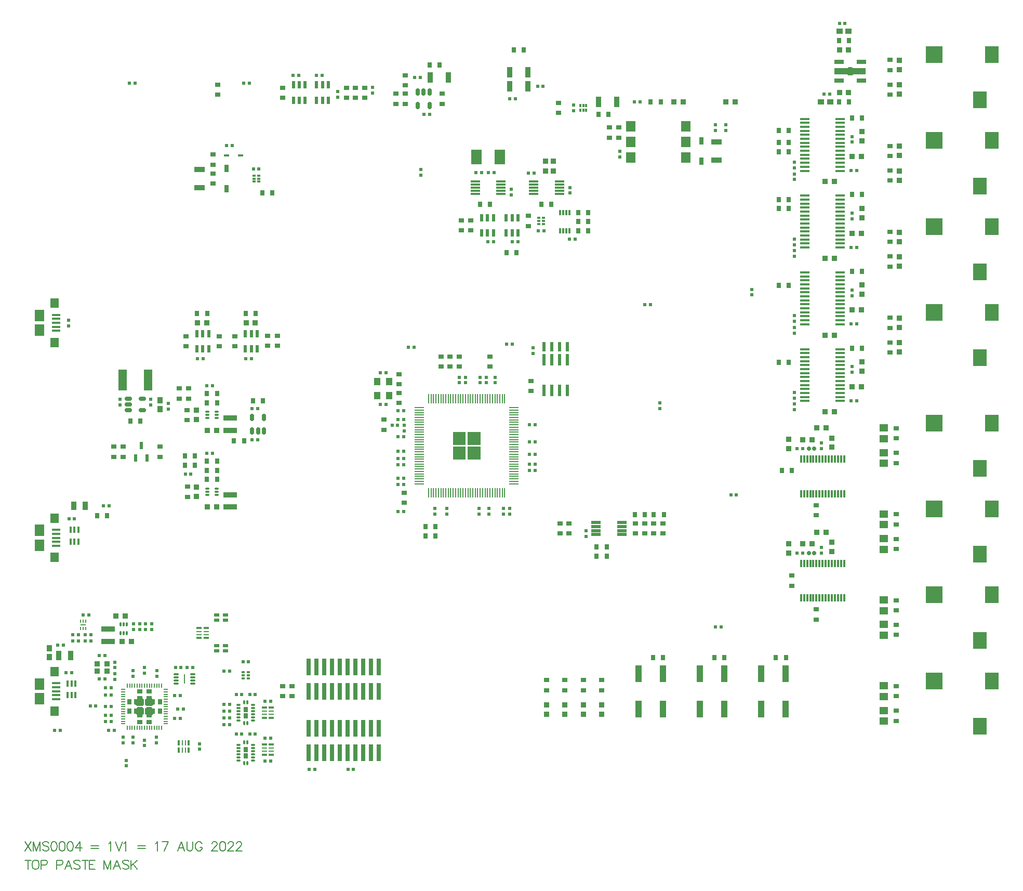
<source format=gtp>
G04*
G04 #@! TF.GenerationSoftware,Altium Limited,Altium Designer,21.9.2 (33)*
G04*
G04 Layer_Color=10066329*
%FSAX43Y43*%
%MOMM*%
G71*
G04*
G04 #@! TF.SameCoordinates,8A3C4949-5F79-4682-B659-0E7BAC0626F8*
G04*
G04*
G04 #@! TF.FilePolarity,Positive*
G04*
G01*
G75*
%ADD11C,0.150*%
%ADD17R,0.850X0.650*%
%ADD18R,0.650X0.850*%
%ADD19R,1.800X2.400*%
%ADD20R,5.200X1.000*%
%ADD21R,1.500X0.700*%
%ADD22R,0.840X0.200*%
%ADD23R,0.200X0.550*%
%ADD24R,0.300X0.520*%
%ADD25R,1.000X2.800*%
%ADD26R,0.590X1.210*%
%ADD27R,0.590X1.280*%
G04:AMPARAMS|DCode=28|XSize=1.09mm|YSize=0.4mm|CornerRadius=0.1mm|HoleSize=0mm|Usage=FLASHONLY|Rotation=90.000|XOffset=0mm|YOffset=0mm|HoleType=Round|Shape=RoundedRectangle|*
%AMROUNDEDRECTD28*
21,1,1.090,0.200,0,0,90.0*
21,1,0.890,0.400,0,0,90.0*
1,1,0.200,0.100,0.445*
1,1,0.200,0.100,-0.445*
1,1,0.200,-0.100,-0.445*
1,1,0.200,-0.100,0.445*
%
%ADD28ROUNDEDRECTD28*%
%ADD29R,0.400X1.090*%
G04:AMPARAMS|DCode=30|XSize=1.17mm|YSize=0.6mm|CornerRadius=0.15mm|HoleSize=0mm|Usage=FLASHONLY|Rotation=270.000|XOffset=0mm|YOffset=0mm|HoleType=Round|Shape=RoundedRectangle|*
%AMROUNDEDRECTD30*
21,1,1.170,0.300,0,0,270.0*
21,1,0.870,0.600,0,0,270.0*
1,1,0.300,-0.150,-0.435*
1,1,0.300,-0.150,0.435*
1,1,0.300,0.150,0.435*
1,1,0.300,0.150,-0.435*
%
%ADD30ROUNDEDRECTD30*%
%ADD31R,1.560X0.410*%
%ADD32R,1.520X0.480*%
%ADD33R,1.520X0.330*%
%ADD34R,0.330X0.950*%
G04:AMPARAMS|DCode=35|XSize=1.23mm|YSize=0.28mm|CornerRadius=0.07mm|HoleSize=0mm|Usage=FLASHONLY|Rotation=90.000|XOffset=0mm|YOffset=0mm|HoleType=Round|Shape=RoundedRectangle|*
%AMROUNDEDRECTD35*
21,1,1.230,0.140,0,0,90.0*
21,1,1.090,0.280,0,0,90.0*
1,1,0.140,0.070,0.545*
1,1,0.140,0.070,-0.545*
1,1,0.140,-0.070,-0.545*
1,1,0.140,-0.070,0.545*
%
%ADD35ROUNDEDRECTD35*%
%ADD36R,0.200X1.600*%
G04:AMPARAMS|DCode=37|XSize=0.79mm|YSize=0.27mm|CornerRadius=0.07mm|HoleSize=0mm|Usage=FLASHONLY|Rotation=0.000|XOffset=0mm|YOffset=0mm|HoleType=Round|Shape=RoundedRectangle|*
%AMROUNDEDRECTD37*
21,1,0.790,0.130,0,0,0.0*
21,1,0.650,0.270,0,0,0.0*
1,1,0.140,0.325,-0.065*
1,1,0.140,-0.325,-0.065*
1,1,0.140,-0.325,0.065*
1,1,0.140,0.325,0.065*
%
%ADD37ROUNDEDRECTD37*%
%ADD38R,0.600X1.610*%
%ADD39R,0.590X1.910*%
%ADD40R,0.840X0.440*%
%ADD41R,0.790X1.250*%
%ADD42R,0.870X0.410*%
%ADD43R,0.870X0.260*%
%ADD44R,0.970X1.730*%
%ADD45R,0.920X1.380*%
%ADD46R,0.930X0.790*%
%ADD47R,0.600X0.590*%
%ADD48R,1.560X0.240*%
%ADD49R,0.240X1.560*%
%ADD50R,1.020X1.270*%
%ADD51R,0.910X0.910*%
%ADD52R,0.930X0.910*%
%ADD53R,0.850X0.600*%
%ADD54R,2.200X0.900*%
%ADD55R,0.970X1.000*%
%ADD56R,0.590X0.600*%
G04:AMPARAMS|DCode=57|XSize=0.66mm|YSize=0.31mm|CornerRadius=0.081mm|HoleSize=0mm|Usage=FLASHONLY|Rotation=270.000|XOffset=0mm|YOffset=0mm|HoleType=Round|Shape=RoundedRectangle|*
%AMROUNDEDRECTD57*
21,1,0.660,0.149,0,0,270.0*
21,1,0.499,0.310,0,0,270.0*
1,1,0.161,-0.074,-0.249*
1,1,0.161,-0.074,0.249*
1,1,0.161,0.074,0.249*
1,1,0.161,0.074,-0.249*
%
%ADD57ROUNDEDRECTD57*%
%ADD58O,0.810X0.230*%
%ADD59O,0.230X0.810*%
%ADD60R,1.520X1.780*%
%ADD61O,0.840X0.260*%
%ADD62O,0.260X0.840*%
%ADD63R,1.350X3.430*%
%ADD64R,0.950X1.520*%
%ADD65R,0.750X2.800*%
%ADD66R,1.350X0.400*%
%ADD67R,1.400X1.600*%
%ADD68R,1.600X1.900*%
%ADD69R,2.200X2.800*%
%ADD70R,2.800X2.800*%
%ADD71R,1.470X1.160*%
G04:AMPARAMS|DCode=72|XSize=0.93mm|YSize=0.92mm|CornerRadius=0.23mm|HoleSize=0mm|Usage=FLASHONLY|Rotation=180.000|XOffset=0mm|YOffset=0mm|HoleType=Round|Shape=RoundedRectangle|*
%AMROUNDEDRECTD72*
21,1,0.930,0.460,0,0,180.0*
21,1,0.470,0.920,0,0,180.0*
1,1,0.460,-0.235,0.230*
1,1,0.460,0.235,0.230*
1,1,0.460,0.235,-0.230*
1,1,0.460,-0.235,-0.230*
%
%ADD72ROUNDEDRECTD72*%
%ADD73R,0.920X0.930*%
G04:AMPARAMS|DCode=74|XSize=0.63mm|YSize=0.61mm|CornerRadius=0.153mm|HoleSize=0mm|Usage=FLASHONLY|Rotation=270.000|XOffset=0mm|YOffset=0mm|HoleType=Round|Shape=RoundedRectangle|*
%AMROUNDEDRECTD74*
21,1,0.630,0.305,0,0,270.0*
21,1,0.325,0.610,0,0,270.0*
1,1,0.305,-0.153,-0.163*
1,1,0.305,-0.153,0.163*
1,1,0.305,0.153,0.163*
1,1,0.305,0.153,-0.163*
%
%ADD74ROUNDEDRECTD74*%
%ADD75R,0.610X0.630*%
%ADD76R,0.630X0.610*%
%ADD77R,0.930X0.920*%
%ADD78R,1.000X0.970*%
%ADD79R,0.790X0.930*%
%ADD80R,1.730X0.970*%
G04:AMPARAMS|DCode=81|XSize=1.17mm|YSize=0.6mm|CornerRadius=0.15mm|HoleSize=0mm|Usage=FLASHONLY|Rotation=0.000|XOffset=0mm|YOffset=0mm|HoleType=Round|Shape=RoundedRectangle|*
%AMROUNDEDRECTD81*
21,1,1.170,0.300,0,0,0.0*
21,1,0.870,0.600,0,0,0.0*
1,1,0.300,0.435,-0.150*
1,1,0.300,-0.435,-0.150*
1,1,0.300,-0.435,0.150*
1,1,0.300,0.435,0.150*
%
%ADD81ROUNDEDRECTD81*%
G04:AMPARAMS|DCode=82|XSize=0.66mm|YSize=0.31mm|CornerRadius=0.081mm|HoleSize=0mm|Usage=FLASHONLY|Rotation=0.000|XOffset=0mm|YOffset=0mm|HoleType=Round|Shape=RoundedRectangle|*
%AMROUNDEDRECTD82*
21,1,0.660,0.149,0,0,0.0*
21,1,0.499,0.310,0,0,0.0*
1,1,0.161,0.249,-0.074*
1,1,0.161,-0.249,-0.074*
1,1,0.161,-0.249,0.074*
1,1,0.161,0.249,0.074*
%
%ADD82ROUNDEDRECTD82*%
%ADD83R,0.520X0.300*%
%ADD84R,0.910X0.910*%
%ADD85R,0.410X0.870*%
%ADD86R,0.260X0.870*%
G36*
X0355300Y0257176D02*
Y0256824D01*
X0354776Y0256300D01*
X0354224D01*
X0353700Y0256824D01*
Y0257176D01*
X0354224Y0257700D01*
X0354776D01*
X0355300Y0257176D01*
D02*
G37*
G36*
X0294250Y0196150D02*
X0292150D01*
Y0198250D01*
X0294250D01*
Y0196150D01*
D02*
G37*
G36*
X0291850D02*
X0289750D01*
Y0198250D01*
X0291850D01*
Y0196150D01*
D02*
G37*
G36*
X0294250Y0193750D02*
X0292150D01*
Y0195850D01*
X0294250D01*
Y0193750D01*
D02*
G37*
G36*
X0291850D02*
X0289750D01*
Y0195850D01*
X0291850D01*
Y0193750D01*
D02*
G37*
G36*
X0240675Y0155000D02*
X0240681Y0154937D01*
X0240730Y0154819D01*
X0240819Y0154730D01*
X0240937Y0154681D01*
X0241000Y0154675D01*
X0241225D01*
Y0153825D01*
X0241000D01*
X0240949Y0153821D01*
X0240852Y0153790D01*
X0240770Y0153730D01*
X0240710Y0153648D01*
X0240691Y0153600D01*
X0239809Y0153600D01*
X0239809Y0153600D01*
X0239795Y0153636D01*
X0239755Y0153701D01*
X0239701Y0153755D01*
X0239636Y0153795D01*
X0239600Y0153809D01*
X0239600Y0154691D01*
X0239600D01*
X0239648Y0154710D01*
X0239730Y0154770D01*
X0239790Y0154852D01*
X0239821Y0154949D01*
X0239825Y0155000D01*
Y0155225D01*
X0240675D01*
Y0155000D01*
D02*
G37*
G36*
X0239175D02*
X0239179Y0154949D01*
X0239210Y0154852D01*
X0239270Y0154770D01*
X0239352Y0154710D01*
X0239400Y0154691D01*
Y0153809D01*
Y0153809D01*
X0239364Y0153795D01*
X0239299Y0153755D01*
X0239245Y0153701D01*
X0239205Y0153636D01*
X0239191Y0153600D01*
X0238309Y0153600D01*
X0238309Y0153600D01*
X0238290Y0153648D01*
X0238230Y0153730D01*
X0238148Y0153790D01*
X0238051Y0153821D01*
X0238000Y0153825D01*
X0237775D01*
Y0154675D01*
X0238000D01*
X0238063Y0154681D01*
X0238181Y0154730D01*
X0238270Y0154819D01*
X0238319Y0154937D01*
X0238325Y0155000D01*
Y0155225D01*
X0239175D01*
Y0155000D01*
D02*
G37*
G36*
X0256375Y0152600D02*
X0255625D01*
Y0153400D01*
X0256375D01*
Y0152600D01*
D02*
G37*
G36*
X0240710Y0153352D02*
X0240770Y0153270D01*
X0240852Y0153210D01*
X0240949Y0153179D01*
X0241000Y0153175D01*
X0241225D01*
Y0152325D01*
X0241000D01*
X0240937Y0152319D01*
X0240819Y0152270D01*
X0240730Y0152181D01*
X0240681Y0152063D01*
X0240675Y0152000D01*
Y0151775D01*
X0239825D01*
Y0152000D01*
X0239821Y0152051D01*
X0239790Y0152148D01*
X0239730Y0152230D01*
X0239648Y0152290D01*
X0239600Y0152309D01*
X0239600Y0153191D01*
X0239600D01*
X0239636Y0153205D01*
X0239701Y0153245D01*
X0239755Y0153299D01*
X0239795Y0153364D01*
X0239809Y0153400D01*
X0240691D01*
X0240710Y0153352D01*
D02*
G37*
G36*
X0239205Y0153364D02*
X0239245Y0153299D01*
X0239299Y0153245D01*
X0239364Y0153205D01*
X0239400Y0153191D01*
Y0152309D01*
Y0152309D01*
X0239352Y0152290D01*
X0239270Y0152230D01*
X0239210Y0152148D01*
X0239179Y0152051D01*
X0239175Y0152000D01*
Y0151775D01*
X0238325D01*
Y0152000D01*
X0238319Y0152063D01*
X0238270Y0152181D01*
X0238181Y0152270D01*
X0238063Y0152319D01*
X0238000Y0152325D01*
X0237775D01*
Y0153175D01*
X0238000D01*
X0238051Y0153179D01*
X0238148Y0153210D01*
X0238230Y0153270D01*
X0238290Y0153352D01*
X0238309Y0153400D01*
X0239191D01*
X0239205Y0153364D01*
D02*
G37*
G36*
X0256375Y0151600D02*
X0255625D01*
Y0152400D01*
X0256375D01*
Y0151600D01*
D02*
G37*
G36*
Y0146100D02*
X0255625D01*
Y0146900D01*
X0256375D01*
Y0146100D01*
D02*
G37*
G36*
Y0145100D02*
X0255625D01*
Y0145900D01*
X0256375D01*
Y0145100D01*
D02*
G37*
D11*
X0220500Y0128500D02*
Y0127000D01*
X0220000Y0128500D02*
X0221000D01*
X0221607D02*
X0221464Y0128428D01*
X0221321Y0128285D01*
X0221250Y0128143D01*
X0221178Y0127928D01*
Y0127571D01*
X0221250Y0127357D01*
X0221321Y0127214D01*
X0221464Y0127071D01*
X0221607Y0127000D01*
X0221892D01*
X0222035Y0127071D01*
X0222178Y0127214D01*
X0222250Y0127357D01*
X0222321Y0127571D01*
Y0127928D01*
X0222250Y0128143D01*
X0222178Y0128285D01*
X0222035Y0128428D01*
X0221892Y0128500D01*
X0221607D01*
X0222671Y0127714D02*
X0223314D01*
X0223528Y0127786D01*
X0223599Y0127857D01*
X0223671Y0128000D01*
Y0128214D01*
X0223599Y0128357D01*
X0223528Y0128428D01*
X0223314Y0128500D01*
X0222671D01*
Y0127000D01*
X0225185Y0127714D02*
X0225827D01*
X0226042Y0127786D01*
X0226113Y0127857D01*
X0226184Y0128000D01*
Y0128214D01*
X0226113Y0128357D01*
X0226042Y0128428D01*
X0225827Y0128500D01*
X0225185D01*
Y0127000D01*
X0227663D02*
X0227091Y0128500D01*
X0226520Y0127000D01*
X0226734Y0127500D02*
X0227448D01*
X0229012Y0128285D02*
X0228870Y0128428D01*
X0228655Y0128500D01*
X0228370D01*
X0228155Y0128428D01*
X0228013Y0128285D01*
Y0128143D01*
X0228084Y0128000D01*
X0228155Y0127928D01*
X0228298Y0127857D01*
X0228727Y0127714D01*
X0228870Y0127643D01*
X0228941Y0127571D01*
X0229012Y0127428D01*
Y0127214D01*
X0228870Y0127071D01*
X0228655Y0127000D01*
X0228370D01*
X0228155Y0127071D01*
X0228013Y0127214D01*
X0229848Y0128500D02*
Y0127000D01*
X0229348Y0128500D02*
X0230348D01*
X0231455D02*
X0230526D01*
Y0127000D01*
X0231455D01*
X0230526Y0127786D02*
X0231098D01*
X0232883Y0128500D02*
Y0127000D01*
Y0128500D02*
X0233454Y0127000D01*
X0234026Y0128500D02*
X0233454Y0127000D01*
X0234026Y0128500D02*
Y0127000D01*
X0235597D02*
X0235025Y0128500D01*
X0234454Y0127000D01*
X0234668Y0127500D02*
X0235382D01*
X0236946Y0128285D02*
X0236804Y0128428D01*
X0236589Y0128500D01*
X0236304D01*
X0236089Y0128428D01*
X0235947Y0128285D01*
Y0128143D01*
X0236018Y0128000D01*
X0236089Y0127928D01*
X0236232Y0127857D01*
X0236661Y0127714D01*
X0236804Y0127643D01*
X0236875Y0127571D01*
X0236946Y0127428D01*
Y0127214D01*
X0236804Y0127071D01*
X0236589Y0127000D01*
X0236304D01*
X0236089Y0127071D01*
X0235947Y0127214D01*
X0237282Y0128500D02*
Y0127000D01*
X0238282Y0128500D02*
X0237282Y0127500D01*
X0237639Y0127857D02*
X0238282Y0127000D01*
X0220000Y0131500D02*
X0221000Y0130000D01*
Y0131500D02*
X0220000Y0130000D01*
X0221335Y0131500D02*
Y0130000D01*
Y0131500D02*
X0221907Y0130000D01*
X0222478Y0131500D02*
X0221907Y0130000D01*
X0222478Y0131500D02*
Y0130000D01*
X0223906Y0131285D02*
X0223763Y0131428D01*
X0223549Y0131500D01*
X0223264D01*
X0223049Y0131428D01*
X0222907Y0131285D01*
Y0131143D01*
X0222978Y0131000D01*
X0223049Y0130928D01*
X0223192Y0130857D01*
X0223621Y0130714D01*
X0223763Y0130643D01*
X0223835Y0130571D01*
X0223906Y0130428D01*
Y0130214D01*
X0223763Y0130071D01*
X0223549Y0130000D01*
X0223264D01*
X0223049Y0130071D01*
X0222907Y0130214D01*
X0224670Y0131500D02*
X0224456Y0131428D01*
X0224313Y0131214D01*
X0224242Y0130857D01*
Y0130643D01*
X0224313Y0130286D01*
X0224456Y0130071D01*
X0224670Y0130000D01*
X0224813D01*
X0225027Y0130071D01*
X0225170Y0130286D01*
X0225242Y0130643D01*
Y0130857D01*
X0225170Y0131214D01*
X0225027Y0131428D01*
X0224813Y0131500D01*
X0224670D01*
X0226006D02*
X0225792Y0131428D01*
X0225649Y0131214D01*
X0225577Y0130857D01*
Y0130643D01*
X0225649Y0130286D01*
X0225792Y0130071D01*
X0226006Y0130000D01*
X0226149D01*
X0226363Y0130071D01*
X0226506Y0130286D01*
X0226577Y0130643D01*
Y0130857D01*
X0226506Y0131214D01*
X0226363Y0131428D01*
X0226149Y0131500D01*
X0226006D01*
X0227341D02*
X0227127Y0131428D01*
X0226984Y0131214D01*
X0226913Y0130857D01*
Y0130643D01*
X0226984Y0130286D01*
X0227127Y0130071D01*
X0227341Y0130000D01*
X0227484D01*
X0227698Y0130071D01*
X0227841Y0130286D01*
X0227913Y0130643D01*
Y0130857D01*
X0227841Y0131214D01*
X0227698Y0131428D01*
X0227484Y0131500D01*
X0227341D01*
X0228962D02*
X0228248Y0130500D01*
X0229319D01*
X0228962Y0131500D02*
Y0130000D01*
X0230762Y0130857D02*
X0232047D01*
X0230762Y0130428D02*
X0232047D01*
X0233669Y0131214D02*
X0233811Y0131285D01*
X0234026Y0131500D01*
Y0130000D01*
X0234768Y0131500D02*
X0235340Y0130000D01*
X0235911Y0131500D02*
X0235340Y0130000D01*
X0236104Y0131214D02*
X0236247Y0131285D01*
X0236461Y0131500D01*
Y0130000D01*
X0238382Y0130857D02*
X0239667D01*
X0238382Y0130428D02*
X0239667D01*
X0241288Y0131214D02*
X0241431Y0131285D01*
X0241645Y0131500D01*
Y0130000D01*
X0243388Y0131500D02*
X0242674Y0130000D01*
X0242388Y0131500D02*
X0243388D01*
X0246044Y0130000D02*
X0245473Y0131500D01*
X0244902Y0130000D01*
X0245116Y0130500D02*
X0245830D01*
X0246394Y0131500D02*
Y0130428D01*
X0246466Y0130214D01*
X0246609Y0130071D01*
X0246823Y0130000D01*
X0246966D01*
X0247180Y0130071D01*
X0247323Y0130214D01*
X0247394Y0130428D01*
Y0131500D01*
X0248880Y0131143D02*
X0248808Y0131285D01*
X0248665Y0131428D01*
X0248522Y0131500D01*
X0248237D01*
X0248094Y0131428D01*
X0247951Y0131285D01*
X0247880Y0131143D01*
X0247808Y0130928D01*
Y0130571D01*
X0247880Y0130357D01*
X0247951Y0130214D01*
X0248094Y0130071D01*
X0248237Y0130000D01*
X0248522D01*
X0248665Y0130071D01*
X0248808Y0130214D01*
X0248880Y0130357D01*
Y0130571D01*
X0248522D02*
X0248880D01*
X0250472Y0131143D02*
Y0131214D01*
X0250543Y0131357D01*
X0250615Y0131428D01*
X0250758Y0131500D01*
X0251043D01*
X0251186Y0131428D01*
X0251258Y0131357D01*
X0251329Y0131214D01*
Y0131071D01*
X0251258Y0130928D01*
X0251115Y0130714D01*
X0250401Y0130000D01*
X0251400D01*
X0252165Y0131500D02*
X0251950Y0131428D01*
X0251807Y0131214D01*
X0251736Y0130857D01*
Y0130643D01*
X0251807Y0130286D01*
X0251950Y0130071D01*
X0252165Y0130000D01*
X0252307D01*
X0252522Y0130071D01*
X0252664Y0130286D01*
X0252736Y0130643D01*
Y0130857D01*
X0252664Y0131214D01*
X0252522Y0131428D01*
X0252307Y0131500D01*
X0252165D01*
X0253143Y0131143D02*
Y0131214D01*
X0253214Y0131357D01*
X0253286Y0131428D01*
X0253429Y0131500D01*
X0253714D01*
X0253857Y0131428D01*
X0253928Y0131357D01*
X0254000Y0131214D01*
Y0131071D01*
X0253928Y0130928D01*
X0253786Y0130714D01*
X0253071Y0130000D01*
X0254071D01*
X0254478Y0131143D02*
Y0131214D01*
X0254550Y0131357D01*
X0254621Y0131428D01*
X0254764Y0131500D01*
X0255050D01*
X0255192Y0131428D01*
X0255264Y0131357D01*
X0255335Y0131214D01*
Y0131071D01*
X0255264Y0130928D01*
X0255121Y0130714D01*
X0254407Y0130000D01*
X0255407D01*
D17*
X0240250Y0151000D02*
D03*
Y0156000D02*
D03*
X0238750D02*
D03*
Y0151000D02*
D03*
D18*
X0242000Y0152750D02*
D03*
Y0154250D02*
D03*
X0237000D02*
D03*
Y0152750D02*
D03*
D19*
X0297400Y0243000D02*
D03*
X0293600D02*
D03*
D20*
X0354500Y0257000D02*
D03*
D21*
X0356350Y0255500D02*
D03*
Y0258500D02*
D03*
X0352650D02*
D03*
Y0255500D02*
D03*
D22*
X0229500Y0166800D02*
D03*
D23*
X0229100Y0167400D02*
D03*
X0229500D02*
D03*
X0229900D02*
D03*
Y0166200D02*
D03*
X0229500D02*
D03*
X0229100D02*
D03*
D24*
X0310500Y0251385D02*
D03*
X0311000D02*
D03*
X0311500D02*
D03*
Y0250615D02*
D03*
X0311000D02*
D03*
X0310500D02*
D03*
D25*
X0344000Y0158900D02*
D03*
Y0153100D02*
D03*
X0340000Y0158900D02*
D03*
Y0153100D02*
D03*
X0324000Y0158900D02*
D03*
Y0153100D02*
D03*
X0320000Y0158900D02*
D03*
Y0153100D02*
D03*
X0334000Y0158900D02*
D03*
Y0153100D02*
D03*
X0330000Y0158900D02*
D03*
Y0153100D02*
D03*
D26*
X0248050Y0214255D02*
D03*
X0249000D02*
D03*
X0249950D02*
D03*
Y0211745D02*
D03*
X0249000D02*
D03*
X0248050D02*
D03*
X0296350Y0230645D02*
D03*
X0295400D02*
D03*
X0294450D02*
D03*
Y0233155D02*
D03*
X0295400D02*
D03*
X0296350D02*
D03*
X0267550Y0254755D02*
D03*
X0268500D02*
D03*
X0269450D02*
D03*
Y0252245D02*
D03*
X0268500D02*
D03*
X0267550D02*
D03*
X0263750Y0254755D02*
D03*
X0264700D02*
D03*
X0265650D02*
D03*
Y0252245D02*
D03*
X0264700D02*
D03*
X0263750D02*
D03*
X0300350Y0233155D02*
D03*
X0299400D02*
D03*
X0298450D02*
D03*
Y0230645D02*
D03*
X0299400D02*
D03*
X0300350D02*
D03*
X0255950Y0214255D02*
D03*
X0256900D02*
D03*
X0257850D02*
D03*
Y0211745D02*
D03*
X0256900D02*
D03*
X0255950D02*
D03*
D27*
X0239000Y0196015D02*
D03*
X0238050Y0193985D02*
D03*
X0239950D02*
D03*
D28*
X0227450Y0182290D02*
D03*
X0228100D02*
D03*
X0228750D02*
D03*
Y0180360D02*
D03*
X0227450D02*
D03*
X0228100D02*
D03*
D29*
X0226950Y0155360D02*
D03*
X0227600D02*
D03*
X0228250D02*
D03*
Y0157290D02*
D03*
X0227600D02*
D03*
X0226950D02*
D03*
D30*
X0284050Y0253620D02*
D03*
X0285950Y0251380D02*
D03*
X0284050D02*
D03*
X0285000Y0253620D02*
D03*
X0285950D02*
D03*
X0257050Y0198380D02*
D03*
X0258950D02*
D03*
Y0200620D02*
D03*
X0258000Y0198380D02*
D03*
X0257050Y0200620D02*
D03*
D31*
X0352880Y0203275D02*
D03*
Y0203925D02*
D03*
Y0204575D02*
D03*
Y0205225D02*
D03*
Y0205875D02*
D03*
Y0206525D02*
D03*
Y0207175D02*
D03*
Y0207825D02*
D03*
Y0208475D02*
D03*
Y0209125D02*
D03*
Y0209775D02*
D03*
Y0210425D02*
D03*
Y0211075D02*
D03*
Y0211725D02*
D03*
X0347120D02*
D03*
Y0211075D02*
D03*
Y0210425D02*
D03*
Y0209775D02*
D03*
Y0209125D02*
D03*
Y0208475D02*
D03*
Y0207825D02*
D03*
Y0207175D02*
D03*
Y0206525D02*
D03*
Y0205875D02*
D03*
Y0205225D02*
D03*
Y0204575D02*
D03*
Y0203925D02*
D03*
Y0203275D02*
D03*
X0352880Y0240775D02*
D03*
Y0241425D02*
D03*
Y0242075D02*
D03*
Y0242725D02*
D03*
Y0243375D02*
D03*
Y0244025D02*
D03*
Y0244675D02*
D03*
Y0245325D02*
D03*
Y0245975D02*
D03*
Y0246625D02*
D03*
Y0247275D02*
D03*
Y0247925D02*
D03*
Y0248575D02*
D03*
Y0249225D02*
D03*
X0347120D02*
D03*
Y0248575D02*
D03*
Y0247925D02*
D03*
Y0247275D02*
D03*
Y0246625D02*
D03*
Y0245975D02*
D03*
Y0245325D02*
D03*
Y0244675D02*
D03*
Y0244025D02*
D03*
Y0243375D02*
D03*
Y0242725D02*
D03*
Y0242075D02*
D03*
Y0241425D02*
D03*
Y0240775D02*
D03*
X0352880Y0215775D02*
D03*
Y0216425D02*
D03*
Y0217075D02*
D03*
Y0217725D02*
D03*
Y0218375D02*
D03*
Y0219025D02*
D03*
Y0219675D02*
D03*
Y0220325D02*
D03*
Y0220975D02*
D03*
Y0221625D02*
D03*
Y0222275D02*
D03*
Y0222925D02*
D03*
Y0223575D02*
D03*
Y0224225D02*
D03*
X0347120D02*
D03*
Y0223575D02*
D03*
Y0222925D02*
D03*
Y0222275D02*
D03*
Y0221625D02*
D03*
Y0220975D02*
D03*
Y0220325D02*
D03*
Y0219675D02*
D03*
Y0219025D02*
D03*
Y0218375D02*
D03*
Y0217725D02*
D03*
Y0217075D02*
D03*
Y0216425D02*
D03*
Y0215775D02*
D03*
X0352880Y0228275D02*
D03*
Y0228925D02*
D03*
Y0229575D02*
D03*
Y0230225D02*
D03*
Y0230875D02*
D03*
Y0231525D02*
D03*
Y0232175D02*
D03*
Y0232825D02*
D03*
Y0233475D02*
D03*
Y0234125D02*
D03*
Y0234775D02*
D03*
Y0235425D02*
D03*
Y0236075D02*
D03*
Y0236725D02*
D03*
X0347120D02*
D03*
Y0236075D02*
D03*
Y0235425D02*
D03*
Y0234775D02*
D03*
Y0234125D02*
D03*
Y0233475D02*
D03*
Y0232825D02*
D03*
Y0232175D02*
D03*
Y0231525D02*
D03*
Y0230875D02*
D03*
Y0230225D02*
D03*
Y0229575D02*
D03*
Y0228925D02*
D03*
Y0228275D02*
D03*
D32*
X0317305Y0183475D02*
D03*
Y0182825D02*
D03*
Y0182175D02*
D03*
Y0181525D02*
D03*
X0313095D02*
D03*
Y0182175D02*
D03*
Y0182825D02*
D03*
Y0183475D02*
D03*
D33*
X0302895Y0237000D02*
D03*
Y0237500D02*
D03*
X0307105Y0238000D02*
D03*
X0302895Y0239000D02*
D03*
X0307105Y0237500D02*
D03*
X0302895Y0238500D02*
D03*
Y0238000D02*
D03*
X0307105Y0237000D02*
D03*
Y0238500D02*
D03*
Y0239000D02*
D03*
X0293395Y0237000D02*
D03*
Y0237500D02*
D03*
X0297605D02*
D03*
X0293395Y0238000D02*
D03*
X0297605Y0237000D02*
D03*
Y0238000D02*
D03*
Y0238500D02*
D03*
Y0239000D02*
D03*
X0293395D02*
D03*
Y0238500D02*
D03*
D34*
X0307250Y0233990D02*
D03*
X0308750Y0231010D02*
D03*
X0308250D02*
D03*
X0307750D02*
D03*
X0307250D02*
D03*
X0307750Y0233990D02*
D03*
X0308250D02*
D03*
X0308750D02*
D03*
D35*
X0353500Y0176820D02*
D03*
X0353000D02*
D03*
X0352500D02*
D03*
X0352000D02*
D03*
X0351500D02*
D03*
X0351000D02*
D03*
X0349500D02*
D03*
X0349000D02*
D03*
X0348500D02*
D03*
X0346500D02*
D03*
X0347500Y0171180D02*
D03*
X0348000D02*
D03*
X0348500D02*
D03*
X0349000D02*
D03*
X0349500D02*
D03*
X0352000D02*
D03*
X0352500D02*
D03*
X0353000D02*
D03*
X0353500D02*
D03*
X0351000D02*
D03*
X0347000Y0176820D02*
D03*
X0347500D02*
D03*
X0350000D02*
D03*
X0351500Y0171180D02*
D03*
X0348000Y0176820D02*
D03*
X0350500D02*
D03*
X0347000Y0171180D02*
D03*
X0350500D02*
D03*
X0350000D02*
D03*
X0346500D02*
D03*
Y0188180D02*
D03*
X0350000D02*
D03*
X0350500D02*
D03*
X0347000D02*
D03*
X0350500Y0193820D02*
D03*
X0348000D02*
D03*
X0351000Y0188180D02*
D03*
X0351500D02*
D03*
X0350000Y0193820D02*
D03*
X0347500D02*
D03*
X0347000D02*
D03*
X0353500Y0188180D02*
D03*
X0353000D02*
D03*
X0352500D02*
D03*
X0352000D02*
D03*
X0349500D02*
D03*
X0349000D02*
D03*
X0348500D02*
D03*
X0348000D02*
D03*
X0347500D02*
D03*
X0346500Y0193820D02*
D03*
X0348500D02*
D03*
X0349000D02*
D03*
X0349500D02*
D03*
X0351000D02*
D03*
X0351500D02*
D03*
X0352000D02*
D03*
X0352500D02*
D03*
X0353000D02*
D03*
X0353500D02*
D03*
D36*
X0246000Y0158000D02*
D03*
D37*
X0247370Y0158750D02*
D03*
Y0158250D02*
D03*
Y0157750D02*
D03*
Y0157250D02*
D03*
X0244630D02*
D03*
Y0157750D02*
D03*
Y0158250D02*
D03*
Y0158750D02*
D03*
D38*
X0304595Y0204895D02*
D03*
X0305865D02*
D03*
X0307135D02*
D03*
X0308405D02*
D03*
Y0212105D02*
D03*
X0307135D02*
D03*
X0305865D02*
D03*
X0304595D02*
D03*
D39*
Y0210005D02*
D03*
X0305865D02*
D03*
X0307135D02*
D03*
X0308405D02*
D03*
X0307135Y0204995D02*
D03*
X0305865D02*
D03*
X0304595D02*
D03*
X0308405D02*
D03*
D40*
X0252860Y0243300D02*
D03*
X0255140D02*
D03*
D41*
X0330250Y0242340D02*
D03*
Y0245660D02*
D03*
X0252900Y0237840D02*
D03*
Y0241160D02*
D03*
D42*
X0249580Y0166325D02*
D03*
Y0164675D02*
D03*
X0248420D02*
D03*
Y0166325D02*
D03*
X0260180Y0147325D02*
D03*
Y0145675D02*
D03*
X0259020D02*
D03*
Y0147325D02*
D03*
X0260180Y0153325D02*
D03*
Y0151675D02*
D03*
X0259020D02*
D03*
Y0153325D02*
D03*
D43*
X0249580Y0165750D02*
D03*
Y0165250D02*
D03*
X0248420D02*
D03*
Y0165750D02*
D03*
X0260180Y0146750D02*
D03*
Y0146250D02*
D03*
X0259020D02*
D03*
Y0146750D02*
D03*
X0260180Y0152750D02*
D03*
Y0152250D02*
D03*
X0259020D02*
D03*
Y0152750D02*
D03*
D44*
X0288980Y0256000D02*
D03*
X0286020D02*
D03*
X0299020Y0256800D02*
D03*
X0301980D02*
D03*
X0299020Y0254500D02*
D03*
X0301980D02*
D03*
X0316480Y0252000D02*
D03*
X0313520D02*
D03*
D45*
X0227945Y0186200D02*
D03*
X0229855D02*
D03*
D46*
X0251700Y0212180D02*
D03*
Y0213820D02*
D03*
X0281000Y0202980D02*
D03*
Y0204620D02*
D03*
Y0207620D02*
D03*
Y0205980D02*
D03*
X0305000Y0156180D02*
D03*
Y0157820D02*
D03*
X0308000Y0156180D02*
D03*
Y0157820D02*
D03*
X0311000Y0156180D02*
D03*
Y0157820D02*
D03*
X0314000Y0156180D02*
D03*
Y0157820D02*
D03*
X0302500Y0204880D02*
D03*
Y0206520D02*
D03*
X0308700Y0181680D02*
D03*
Y0183320D02*
D03*
X0307200Y0181680D02*
D03*
Y0183320D02*
D03*
X0281800Y0186680D02*
D03*
Y0188320D02*
D03*
X0242000Y0194180D02*
D03*
Y0195820D02*
D03*
X0236000D02*
D03*
Y0194180D02*
D03*
X0234500Y0195820D02*
D03*
Y0194180D02*
D03*
X0361000Y0253180D02*
D03*
Y0254820D02*
D03*
Y0225180D02*
D03*
Y0226820D02*
D03*
Y0258820D02*
D03*
Y0257180D02*
D03*
Y0230820D02*
D03*
Y0229180D02*
D03*
Y0239180D02*
D03*
Y0240820D02*
D03*
Y0211180D02*
D03*
Y0212820D02*
D03*
Y0244820D02*
D03*
Y0243180D02*
D03*
Y0216820D02*
D03*
Y0215180D02*
D03*
X0261200Y0212280D02*
D03*
Y0213920D02*
D03*
X0254200Y0213820D02*
D03*
Y0212180D02*
D03*
X0246700Y0203680D02*
D03*
Y0205320D02*
D03*
X0246500Y0189320D02*
D03*
Y0187680D02*
D03*
X0362000Y0194820D02*
D03*
Y0193180D02*
D03*
Y0197180D02*
D03*
Y0198820D02*
D03*
X0349000Y0186320D02*
D03*
Y0184680D02*
D03*
X0362000Y0183180D02*
D03*
Y0184820D02*
D03*
Y0180820D02*
D03*
Y0179180D02*
D03*
Y0165180D02*
D03*
Y0166820D02*
D03*
Y0170820D02*
D03*
Y0169180D02*
D03*
X0349000Y0167680D02*
D03*
Y0169320D02*
D03*
X0362000Y0156820D02*
D03*
Y0155180D02*
D03*
Y0151180D02*
D03*
Y0152820D02*
D03*
X0345000Y0174820D02*
D03*
Y0173180D02*
D03*
X0250700Y0240320D02*
D03*
Y0238680D02*
D03*
X0302100Y0233420D02*
D03*
Y0231780D02*
D03*
X0316800Y0246180D02*
D03*
Y0247820D02*
D03*
X0307000Y0250180D02*
D03*
Y0251820D02*
D03*
X0282000Y0251680D02*
D03*
Y0253320D02*
D03*
X0288000D02*
D03*
Y0251680D02*
D03*
X0272400Y0254320D02*
D03*
Y0252680D02*
D03*
X0282000Y0254680D02*
D03*
Y0256320D02*
D03*
X0280500Y0253320D02*
D03*
Y0251680D02*
D03*
X0275400Y0252680D02*
D03*
Y0254320D02*
D03*
X0273900Y0252680D02*
D03*
Y0254320D02*
D03*
X0262000D02*
D03*
Y0252680D02*
D03*
X0251400Y0254820D02*
D03*
Y0253180D02*
D03*
X0287800Y0208880D02*
D03*
Y0210520D02*
D03*
X0295800D02*
D03*
Y0208880D02*
D03*
X0315300Y0247820D02*
D03*
Y0246180D02*
D03*
X0290800Y0208880D02*
D03*
Y0210520D02*
D03*
X0289300Y0208880D02*
D03*
Y0210520D02*
D03*
X0278500Y0198580D02*
D03*
Y0200220D02*
D03*
X0263500Y0156820D02*
D03*
Y0155180D02*
D03*
X0262000D02*
D03*
Y0156820D02*
D03*
X0322500Y0181680D02*
D03*
Y0183320D02*
D03*
X0324000Y0181680D02*
D03*
Y0183320D02*
D03*
X0319500Y0181680D02*
D03*
Y0183320D02*
D03*
X0321000Y0181680D02*
D03*
Y0183320D02*
D03*
X0292700Y0231080D02*
D03*
Y0232720D02*
D03*
X0291100Y0231080D02*
D03*
Y0232720D02*
D03*
X0245200Y0205320D02*
D03*
Y0203680D02*
D03*
X0250700Y0243420D02*
D03*
Y0241780D02*
D03*
X0246400Y0200180D02*
D03*
Y0201820D02*
D03*
X0259600Y0212280D02*
D03*
Y0213920D02*
D03*
X0246300Y0212180D02*
D03*
Y0213820D02*
D03*
D47*
X0240700Y0166955D02*
D03*
Y0166045D02*
D03*
X0332500Y0248255D02*
D03*
Y0247345D02*
D03*
X0334200D02*
D03*
Y0248255D02*
D03*
X0234700Y0157945D02*
D03*
Y0158855D02*
D03*
Y0160755D02*
D03*
Y0159845D02*
D03*
X0248500Y0147455D02*
D03*
Y0146545D02*
D03*
X0238700Y0166045D02*
D03*
Y0166955D02*
D03*
X0237700D02*
D03*
Y0166045D02*
D03*
D48*
X0299680Y0202200D02*
D03*
Y0201800D02*
D03*
Y0201400D02*
D03*
Y0201000D02*
D03*
Y0200600D02*
D03*
Y0200200D02*
D03*
Y0199800D02*
D03*
Y0199400D02*
D03*
Y0199000D02*
D03*
Y0198600D02*
D03*
Y0198200D02*
D03*
Y0197800D02*
D03*
Y0197400D02*
D03*
Y0197000D02*
D03*
Y0196600D02*
D03*
Y0196200D02*
D03*
Y0195800D02*
D03*
Y0195400D02*
D03*
Y0195000D02*
D03*
Y0194600D02*
D03*
Y0194200D02*
D03*
Y0193800D02*
D03*
Y0193400D02*
D03*
Y0193000D02*
D03*
Y0192600D02*
D03*
Y0192200D02*
D03*
Y0191400D02*
D03*
Y0191000D02*
D03*
Y0190600D02*
D03*
Y0190200D02*
D03*
Y0189800D02*
D03*
X0284320D02*
D03*
Y0190200D02*
D03*
Y0191000D02*
D03*
Y0191400D02*
D03*
Y0191800D02*
D03*
Y0192200D02*
D03*
Y0192600D02*
D03*
Y0193400D02*
D03*
Y0193800D02*
D03*
Y0194200D02*
D03*
Y0194600D02*
D03*
Y0195000D02*
D03*
Y0195400D02*
D03*
Y0195800D02*
D03*
Y0196200D02*
D03*
Y0196600D02*
D03*
Y0197000D02*
D03*
Y0197400D02*
D03*
Y0197800D02*
D03*
Y0198200D02*
D03*
Y0199000D02*
D03*
Y0199400D02*
D03*
Y0199800D02*
D03*
Y0200200D02*
D03*
Y0200600D02*
D03*
Y0201000D02*
D03*
Y0201800D02*
D03*
Y0202200D02*
D03*
Y0198600D02*
D03*
Y0190600D02*
D03*
Y0193000D02*
D03*
Y0201400D02*
D03*
X0299680Y0191800D02*
D03*
D49*
X0298200Y0188320D02*
D03*
X0297800D02*
D03*
X0296600D02*
D03*
X0296200D02*
D03*
X0295800D02*
D03*
X0295400D02*
D03*
X0295000D02*
D03*
X0294600D02*
D03*
X0294200D02*
D03*
X0293800D02*
D03*
X0293400D02*
D03*
X0293000D02*
D03*
X0292600D02*
D03*
X0292200D02*
D03*
X0291800D02*
D03*
X0291400D02*
D03*
X0291000D02*
D03*
X0290600D02*
D03*
X0290200D02*
D03*
X0289800D02*
D03*
X0289400D02*
D03*
X0289000D02*
D03*
X0288600D02*
D03*
X0288200D02*
D03*
X0287800D02*
D03*
X0287400D02*
D03*
X0287000D02*
D03*
X0286600D02*
D03*
X0286200D02*
D03*
X0285800D02*
D03*
Y0203680D02*
D03*
X0286200D02*
D03*
X0287000D02*
D03*
X0287400D02*
D03*
X0288200D02*
D03*
X0288600D02*
D03*
X0289400D02*
D03*
X0290200D02*
D03*
X0291000D02*
D03*
X0291400D02*
D03*
X0291800D02*
D03*
X0292200D02*
D03*
X0292600D02*
D03*
X0293000D02*
D03*
X0293400D02*
D03*
X0293800D02*
D03*
X0294200D02*
D03*
X0294600D02*
D03*
X0295000D02*
D03*
X0295400D02*
D03*
X0295800D02*
D03*
X0296200D02*
D03*
X0296600D02*
D03*
X0297000D02*
D03*
X0297400D02*
D03*
X0297800D02*
D03*
X0298200D02*
D03*
X0286600D02*
D03*
X0287800D02*
D03*
X0289000D02*
D03*
X0289800D02*
D03*
X0297000Y0188320D02*
D03*
X0297400D02*
D03*
X0290600Y0203680D02*
D03*
D50*
X0279345Y0204130D02*
D03*
Y0206470D02*
D03*
X0277455D02*
D03*
Y0204130D02*
D03*
D51*
X0231795Y0160505D02*
D03*
X0233405D02*
D03*
Y0159295D02*
D03*
X0231795D02*
D03*
D52*
X0314000Y0153760D02*
D03*
Y0152240D02*
D03*
X0305000Y0153760D02*
D03*
Y0152240D02*
D03*
X0308000Y0153760D02*
D03*
Y0152240D02*
D03*
X0311000Y0153760D02*
D03*
Y0152240D02*
D03*
D53*
X0252725Y0163425D02*
D03*
X0251275D02*
D03*
X0252725Y0162575D02*
D03*
X0251275D02*
D03*
X0252725Y0168425D02*
D03*
X0251275D02*
D03*
X0252725Y0167575D02*
D03*
X0251275D02*
D03*
D54*
X0233600Y0166100D02*
D03*
Y0164100D02*
D03*
X0253500Y0198500D02*
D03*
Y0200500D02*
D03*
Y0186000D02*
D03*
Y0188000D02*
D03*
D55*
X0224000Y0163035D02*
D03*
Y0161565D02*
D03*
X0242000Y0201965D02*
D03*
Y0203435D02*
D03*
D56*
X0231555Y0153600D02*
D03*
X0230645D02*
D03*
X0280755Y0199300D02*
D03*
X0279845D02*
D03*
X0304455Y0254500D02*
D03*
X0303545D02*
D03*
X0320255Y0252000D02*
D03*
X0319345D02*
D03*
X0253355Y0159300D02*
D03*
X0252445D02*
D03*
X0228755Y0164200D02*
D03*
X0227845D02*
D03*
X0252445Y0152800D02*
D03*
X0253355D02*
D03*
Y0151700D02*
D03*
X0252445D02*
D03*
X0260055Y0154400D02*
D03*
X0259145D02*
D03*
X0253355Y0150600D02*
D03*
X0252445D02*
D03*
X0225755Y0149600D02*
D03*
X0224845D02*
D03*
X0259145Y0148400D02*
D03*
X0260055D02*
D03*
X0245455Y0159900D02*
D03*
X0244545D02*
D03*
X0259145Y0144600D02*
D03*
X0260055D02*
D03*
X0253355Y0153900D02*
D03*
X0252445D02*
D03*
X0229845Y0164200D02*
D03*
X0230755D02*
D03*
D57*
X0236600Y0166935D02*
D03*
X0236100D02*
D03*
X0235600D02*
D03*
Y0165465D02*
D03*
X0236100D02*
D03*
X0236600D02*
D03*
D58*
X0242955Y0156300D02*
D03*
Y0155900D02*
D03*
Y0155500D02*
D03*
Y0155100D02*
D03*
Y0154700D02*
D03*
Y0154300D02*
D03*
Y0153900D02*
D03*
Y0153500D02*
D03*
Y0153100D02*
D03*
Y0152700D02*
D03*
Y0152300D02*
D03*
Y0151900D02*
D03*
Y0151500D02*
D03*
Y0151100D02*
D03*
Y0150700D02*
D03*
X0236045D02*
D03*
Y0151100D02*
D03*
Y0151500D02*
D03*
Y0151900D02*
D03*
Y0152300D02*
D03*
Y0152700D02*
D03*
Y0153100D02*
D03*
Y0153500D02*
D03*
Y0153900D02*
D03*
Y0154300D02*
D03*
Y0154700D02*
D03*
Y0155100D02*
D03*
Y0155500D02*
D03*
Y0155900D02*
D03*
Y0156300D02*
D03*
D59*
X0242300Y0150045D02*
D03*
X0241900D02*
D03*
X0241500D02*
D03*
X0241100D02*
D03*
X0240700D02*
D03*
X0240300D02*
D03*
X0239900D02*
D03*
X0239500D02*
D03*
X0239100D02*
D03*
X0238700D02*
D03*
X0238300D02*
D03*
X0237900D02*
D03*
X0237500D02*
D03*
X0237100D02*
D03*
X0236700D02*
D03*
Y0156955D02*
D03*
X0237100D02*
D03*
X0237500D02*
D03*
X0237900D02*
D03*
X0238300D02*
D03*
X0238700D02*
D03*
X0239100D02*
D03*
X0239500D02*
D03*
X0239900D02*
D03*
X0240300D02*
D03*
X0240700D02*
D03*
X0241100D02*
D03*
X0241500D02*
D03*
X0241900D02*
D03*
X0242300D02*
D03*
D60*
X0318750Y0245500D02*
D03*
Y0242960D02*
D03*
X0327750Y0248040D02*
D03*
Y0245500D02*
D03*
Y0242960D02*
D03*
X0318750Y0248040D02*
D03*
D61*
X0257195Y0144750D02*
D03*
Y0147250D02*
D03*
Y0146750D02*
D03*
Y0146250D02*
D03*
Y0145750D02*
D03*
Y0145250D02*
D03*
X0254805Y0144750D02*
D03*
Y0145250D02*
D03*
Y0145750D02*
D03*
Y0146250D02*
D03*
Y0146750D02*
D03*
Y0147250D02*
D03*
X0257195Y0151250D02*
D03*
Y0153750D02*
D03*
Y0153250D02*
D03*
Y0152750D02*
D03*
Y0152250D02*
D03*
Y0151750D02*
D03*
X0254805Y0151250D02*
D03*
Y0151750D02*
D03*
Y0152250D02*
D03*
Y0152750D02*
D03*
Y0153250D02*
D03*
Y0153750D02*
D03*
D62*
X0256250Y0144305D02*
D03*
X0255750Y0147695D02*
D03*
X0256250D02*
D03*
X0255750Y0144305D02*
D03*
X0256250Y0150805D02*
D03*
X0255750Y0154195D02*
D03*
X0256250D02*
D03*
X0255750Y0150805D02*
D03*
D63*
X0235900Y0206700D02*
D03*
X0240100D02*
D03*
D64*
X0225515Y0161800D02*
D03*
X0227485D02*
D03*
D65*
X0277715Y0160000D02*
D03*
X0276445D02*
D03*
X0275175D02*
D03*
X0273905D02*
D03*
X0272635D02*
D03*
X0277715Y0156000D02*
D03*
X0276445D02*
D03*
X0275175D02*
D03*
X0273905D02*
D03*
X0272635D02*
D03*
X0266285D02*
D03*
X0267555D02*
D03*
X0268825D02*
D03*
X0270095D02*
D03*
X0271365D02*
D03*
X0266285Y0160000D02*
D03*
X0267555D02*
D03*
X0268825D02*
D03*
X0270095D02*
D03*
X0271365D02*
D03*
Y0150000D02*
D03*
X0270095D02*
D03*
X0268825D02*
D03*
X0267555D02*
D03*
X0266285D02*
D03*
X0271365Y0146000D02*
D03*
X0270095D02*
D03*
X0268825D02*
D03*
X0267555D02*
D03*
X0266285D02*
D03*
X0272635D02*
D03*
X0273905D02*
D03*
X0275175D02*
D03*
X0276445D02*
D03*
X0277715D02*
D03*
X0272635Y0150000D02*
D03*
X0273905D02*
D03*
X0275175D02*
D03*
X0276445D02*
D03*
X0277715D02*
D03*
D66*
X0225100Y0156000D02*
D03*
Y0156650D02*
D03*
Y0157300D02*
D03*
Y0155350D02*
D03*
Y0154700D02*
D03*
X0225100Y0179700D02*
D03*
Y0180350D02*
D03*
Y0181000D02*
D03*
Y0181650D02*
D03*
Y0182300D02*
D03*
Y0214700D02*
D03*
Y0215350D02*
D03*
Y0216000D02*
D03*
Y0216650D02*
D03*
Y0217300D02*
D03*
D67*
X0224875Y0159200D02*
D03*
X0224875Y0152800D02*
D03*
X0224875Y0177800D02*
D03*
X0224875Y0184200D02*
D03*
X0224875Y0212800D02*
D03*
X0224875Y0219200D02*
D03*
D68*
X0222425Y0157200D02*
D03*
Y0154800D02*
D03*
X0222425Y0179800D02*
D03*
Y0182200D02*
D03*
Y0214800D02*
D03*
Y0217200D02*
D03*
D69*
X0377600Y0157700D02*
D03*
X0375600Y0150300D02*
D03*
X0377600Y0259700D02*
D03*
X0375600Y0252300D02*
D03*
X0377600Y0231700D02*
D03*
X0375600Y0224300D02*
D03*
X0377600Y0245700D02*
D03*
X0375600Y0238300D02*
D03*
X0377600Y0217700D02*
D03*
X0375600Y0210300D02*
D03*
X0377600Y0199700D02*
D03*
X0375600Y0192300D02*
D03*
X0377600Y0185700D02*
D03*
X0375600Y0178300D02*
D03*
X0377600Y0171700D02*
D03*
X0375600Y0164300D02*
D03*
D70*
X0368200Y0157700D02*
D03*
Y0259700D02*
D03*
Y0231700D02*
D03*
Y0245700D02*
D03*
Y0217700D02*
D03*
Y0199700D02*
D03*
Y0185700D02*
D03*
Y0171700D02*
D03*
D71*
X0360000Y0151125D02*
D03*
Y0152875D02*
D03*
Y0193125D02*
D03*
Y0194875D02*
D03*
Y0198875D02*
D03*
Y0197125D02*
D03*
Y0184875D02*
D03*
Y0183125D02*
D03*
Y0179125D02*
D03*
Y0180875D02*
D03*
Y0165125D02*
D03*
Y0166875D02*
D03*
Y0170875D02*
D03*
Y0169125D02*
D03*
Y0156875D02*
D03*
Y0155125D02*
D03*
D72*
X0351500Y0178745D02*
D03*
Y0180255D02*
D03*
Y0197255D02*
D03*
Y0195745D02*
D03*
D73*
X0248145Y0216000D02*
D03*
X0249655D02*
D03*
X0352745Y0260500D02*
D03*
X0354255D02*
D03*
X0352745Y0253500D02*
D03*
X0354255D02*
D03*
X0251255Y0198500D02*
D03*
X0249745D02*
D03*
X0257555Y0216000D02*
D03*
X0256045D02*
D03*
X0251255Y0186000D02*
D03*
X0249745D02*
D03*
X0350555Y0198900D02*
D03*
X0349045D02*
D03*
X0346745Y0197000D02*
D03*
X0348255D02*
D03*
X0349045Y0181900D02*
D03*
X0350555D02*
D03*
X0348255Y0180000D02*
D03*
X0346745D02*
D03*
X0334245Y0252000D02*
D03*
X0335755D02*
D03*
X0325745D02*
D03*
X0327255D02*
D03*
X0235845Y0164100D02*
D03*
X0237355D02*
D03*
X0234845Y0168300D02*
D03*
X0236355D02*
D03*
X0350445Y0239000D02*
D03*
X0351955D02*
D03*
X0350445Y0214000D02*
D03*
X0351955D02*
D03*
X0356355Y0243100D02*
D03*
X0354845D02*
D03*
X0356355Y0218100D02*
D03*
X0354845D02*
D03*
X0350445Y0226500D02*
D03*
X0351955D02*
D03*
X0350445Y0201500D02*
D03*
X0351955D02*
D03*
X0356355Y0230600D02*
D03*
X0354845D02*
D03*
X0356355Y0205600D02*
D03*
X0354845D02*
D03*
D74*
X0348660Y0178500D02*
D03*
X0347740D02*
D03*
Y0195500D02*
D03*
X0348660D02*
D03*
D75*
X0281760Y0185300D02*
D03*
X0280840D02*
D03*
Y0189700D02*
D03*
X0281760D02*
D03*
Y0190700D02*
D03*
X0280840D02*
D03*
X0302240Y0192000D02*
D03*
X0303160D02*
D03*
X0302240Y0196600D02*
D03*
X0303160D02*
D03*
X0280840Y0200300D02*
D03*
X0281760D02*
D03*
Y0197500D02*
D03*
X0280840D02*
D03*
X0281760Y0195100D02*
D03*
X0280840D02*
D03*
X0281760Y0193900D02*
D03*
X0280840D02*
D03*
X0302240Y0194600D02*
D03*
X0303160D02*
D03*
X0302240Y0199400D02*
D03*
X0303160D02*
D03*
X0280840Y0201700D02*
D03*
X0281760D02*
D03*
X0280840Y0192900D02*
D03*
X0281760D02*
D03*
X0278860Y0202700D02*
D03*
X0277940D02*
D03*
Y0207900D02*
D03*
X0278860D02*
D03*
X0228095Y0184057D02*
D03*
X0227175D02*
D03*
X0232840Y0186200D02*
D03*
X0233760D02*
D03*
X0352740Y0264800D02*
D03*
X0353660D02*
D03*
X0351160Y0253300D02*
D03*
X0350240D02*
D03*
X0250560Y0205800D02*
D03*
X0249640D02*
D03*
X0256960Y0210200D02*
D03*
X0256040D02*
D03*
X0246140Y0191400D02*
D03*
X0247060D02*
D03*
X0250560Y0194800D02*
D03*
X0249640D02*
D03*
X0257040Y0197000D02*
D03*
X0257960D02*
D03*
Y0202000D02*
D03*
X0257040D02*
D03*
X0345840Y0195500D02*
D03*
X0346760D02*
D03*
X0345840Y0178500D02*
D03*
X0346760D02*
D03*
X0258160Y0241100D02*
D03*
X0257240D02*
D03*
X0304560Y0231000D02*
D03*
X0303640D02*
D03*
X0309660Y0229600D02*
D03*
X0308740D02*
D03*
X0300360Y0229200D02*
D03*
X0299440D02*
D03*
X0294460Y0240500D02*
D03*
X0293540D02*
D03*
X0295540D02*
D03*
X0296460D02*
D03*
X0296360Y0229200D02*
D03*
X0295440D02*
D03*
X0299960Y0252500D02*
D03*
X0299040D02*
D03*
X0285040Y0250000D02*
D03*
X0285960D02*
D03*
X0283540Y0256000D02*
D03*
X0284460D02*
D03*
X0267540Y0256300D02*
D03*
X0268460D02*
D03*
X0263740Y0256300D02*
D03*
X0264660D02*
D03*
X0237960Y0255000D02*
D03*
X0237040D02*
D03*
X0256560D02*
D03*
X0255640D02*
D03*
X0234560Y0149600D02*
D03*
X0233640D02*
D03*
X0257560Y0155500D02*
D03*
X0256640D02*
D03*
X0257560Y0149000D02*
D03*
X0256640D02*
D03*
X0255540Y0160800D02*
D03*
X0256460D02*
D03*
X0254440Y0155500D02*
D03*
X0255360D02*
D03*
X0227840Y0165200D02*
D03*
X0228760D02*
D03*
X0230460Y0168400D02*
D03*
X0229540D02*
D03*
X0234060Y0152100D02*
D03*
X0233140D02*
D03*
X0225340Y0163500D02*
D03*
X0226260D02*
D03*
X0233060Y0161800D02*
D03*
X0232140D02*
D03*
X0233060Y0158000D02*
D03*
X0232140D02*
D03*
X0233140Y0155400D02*
D03*
X0234060D02*
D03*
X0244440Y0155300D02*
D03*
X0245360D02*
D03*
X0247360Y0159900D02*
D03*
X0246440D02*
D03*
X0226740Y0159000D02*
D03*
X0227660D02*
D03*
X0233140Y0153550D02*
D03*
X0234060D02*
D03*
X0233140Y0151100D02*
D03*
X0234060D02*
D03*
X0245360Y0151600D02*
D03*
X0244440D02*
D03*
X0245860Y0153100D02*
D03*
X0244940D02*
D03*
X0233140Y0156600D02*
D03*
X0234060D02*
D03*
X0254440Y0149000D02*
D03*
X0255360D02*
D03*
X0230760Y0165200D02*
D03*
X0229840D02*
D03*
X0302040Y0240400D02*
D03*
X0302960D02*
D03*
X0302240Y0193000D02*
D03*
X0303160D02*
D03*
X0355560Y0240800D02*
D03*
X0354640D02*
D03*
X0355560Y0215800D02*
D03*
X0354640D02*
D03*
X0355560Y0228300D02*
D03*
X0354640D02*
D03*
X0355560Y0203300D02*
D03*
X0354640D02*
D03*
X0266340Y0143300D02*
D03*
X0267260D02*
D03*
X0272640D02*
D03*
X0273560D02*
D03*
X0298540Y0212500D02*
D03*
X0299460D02*
D03*
X0283460Y0212000D02*
D03*
X0282540D02*
D03*
X0333460Y0166500D02*
D03*
X0332540D02*
D03*
X0335960Y0188000D02*
D03*
X0335040D02*
D03*
X0321040Y0219000D02*
D03*
X0321960D02*
D03*
X0252840Y0244900D02*
D03*
X0253760D02*
D03*
X0248140Y0210200D02*
D03*
X0249060D02*
D03*
D76*
X0281800Y0198440D02*
D03*
Y0199360D02*
D03*
X0299000Y0185760D02*
D03*
Y0184840D02*
D03*
X0294000Y0185760D02*
D03*
Y0184840D02*
D03*
X0298000Y0185760D02*
D03*
Y0184840D02*
D03*
X0296600Y0206240D02*
D03*
Y0207160D02*
D03*
X0294200Y0206240D02*
D03*
Y0207160D02*
D03*
X0290800Y0206240D02*
D03*
Y0207160D02*
D03*
X0286800Y0184840D02*
D03*
Y0185760D02*
D03*
X0288800D02*
D03*
Y0184840D02*
D03*
X0295600Y0185760D02*
D03*
Y0184840D02*
D03*
X0295200Y0206240D02*
D03*
Y0207160D02*
D03*
X0291800Y0206240D02*
D03*
Y0207160D02*
D03*
X0302800Y0211960D02*
D03*
Y0211040D02*
D03*
X0235500Y0203560D02*
D03*
Y0202640D02*
D03*
X0240500Y0203560D02*
D03*
Y0202640D02*
D03*
X0243400Y0201940D02*
D03*
Y0202860D02*
D03*
X0227100Y0216460D02*
D03*
Y0215540D02*
D03*
X0349800Y0196460D02*
D03*
Y0195540D02*
D03*
Y0178540D02*
D03*
Y0179460D02*
D03*
X0299300Y0237760D02*
D03*
Y0236840D02*
D03*
X0308800Y0238060D02*
D03*
Y0237140D02*
D03*
X0317000Y0243960D02*
D03*
Y0243040D02*
D03*
X0271000Y0252740D02*
D03*
Y0253660D02*
D03*
X0276700Y0253440D02*
D03*
Y0254360D02*
D03*
X0239700Y0166040D02*
D03*
Y0166960D02*
D03*
X0239500Y0147140D02*
D03*
Y0148060D02*
D03*
X0236000Y0147640D02*
D03*
Y0148560D02*
D03*
X0237600Y0148560D02*
D03*
Y0147640D02*
D03*
X0237600Y0159360D02*
D03*
Y0158440D02*
D03*
X0241400Y0147640D02*
D03*
Y0148560D02*
D03*
X0239500Y0159860D02*
D03*
Y0158940D02*
D03*
X0241500Y0159360D02*
D03*
Y0158440D02*
D03*
X0236500Y0143840D02*
D03*
Y0144760D02*
D03*
X0345400Y0241240D02*
D03*
Y0242160D02*
D03*
Y0240260D02*
D03*
Y0239340D02*
D03*
X0354800Y0246360D02*
D03*
Y0245440D02*
D03*
X0345400Y0217160D02*
D03*
Y0216240D02*
D03*
Y0214340D02*
D03*
Y0215260D02*
D03*
X0354800Y0221360D02*
D03*
Y0220440D02*
D03*
X0345400Y0228740D02*
D03*
Y0229660D02*
D03*
Y0227760D02*
D03*
Y0226840D02*
D03*
X0354800Y0233860D02*
D03*
Y0232940D02*
D03*
X0345400Y0203740D02*
D03*
Y0204660D02*
D03*
Y0202760D02*
D03*
Y0201840D02*
D03*
X0354800Y0208860D02*
D03*
Y0207940D02*
D03*
X0309400Y0250540D02*
D03*
Y0251460D02*
D03*
X0338500Y0220540D02*
D03*
Y0221460D02*
D03*
X0284500Y0240040D02*
D03*
Y0240960D02*
D03*
X0323500Y0202960D02*
D03*
Y0202040D02*
D03*
X0311500Y0181240D02*
D03*
Y0182160D02*
D03*
D77*
X0362500Y0254755D02*
D03*
Y0253245D02*
D03*
Y0257245D02*
D03*
Y0258755D02*
D03*
Y0226755D02*
D03*
Y0225245D02*
D03*
Y0229245D02*
D03*
Y0230755D02*
D03*
Y0240755D02*
D03*
Y0239245D02*
D03*
Y0243245D02*
D03*
Y0244755D02*
D03*
Y0212755D02*
D03*
Y0211245D02*
D03*
Y0215245D02*
D03*
Y0216755D02*
D03*
X0248000Y0200245D02*
D03*
Y0201755D02*
D03*
Y0187745D02*
D03*
Y0189255D02*
D03*
X0344500Y0197055D02*
D03*
Y0195545D02*
D03*
Y0178545D02*
D03*
Y0180055D02*
D03*
X0356400Y0247155D02*
D03*
Y0245645D02*
D03*
Y0222155D02*
D03*
Y0220645D02*
D03*
Y0234655D02*
D03*
Y0233145D02*
D03*
Y0209655D02*
D03*
Y0208145D02*
D03*
D78*
X0351235Y0252000D02*
D03*
X0349765D02*
D03*
X0354235Y0263500D02*
D03*
X0352765D02*
D03*
D79*
X0324020Y0161500D02*
D03*
X0322380D02*
D03*
X0334020D02*
D03*
X0332380D02*
D03*
X0286920Y0182800D02*
D03*
X0285280D02*
D03*
X0286920Y0181300D02*
D03*
X0285280D02*
D03*
X0231780Y0184600D02*
D03*
X0233420D02*
D03*
X0342880Y0236100D02*
D03*
X0344520D02*
D03*
X0354320Y0262000D02*
D03*
X0352680D02*
D03*
Y0252000D02*
D03*
X0354320D02*
D03*
X0249680Y0204500D02*
D03*
X0251320D02*
D03*
X0246080Y0194300D02*
D03*
X0247720D02*
D03*
X0257620Y0217500D02*
D03*
X0255980D02*
D03*
X0249680Y0203000D02*
D03*
X0251320D02*
D03*
X0247720Y0192800D02*
D03*
X0246080D02*
D03*
X0249680Y0192000D02*
D03*
X0251320D02*
D03*
Y0193500D02*
D03*
X0249680D02*
D03*
Y0190500D02*
D03*
X0251320D02*
D03*
X0258820Y0203300D02*
D03*
X0257180D02*
D03*
X0343380Y0192000D02*
D03*
X0345020D02*
D03*
X0258680Y0237200D02*
D03*
X0260320D02*
D03*
X0294180Y0235300D02*
D03*
X0295820D02*
D03*
X0311820Y0231000D02*
D03*
X0310180D02*
D03*
X0311820Y0232500D02*
D03*
X0310180D02*
D03*
X0311820Y0234000D02*
D03*
X0310180D02*
D03*
X0300120Y0227400D02*
D03*
X0298480D02*
D03*
X0304180Y0235300D02*
D03*
X0305820D02*
D03*
X0299680Y0260500D02*
D03*
X0301320D02*
D03*
X0344020Y0161500D02*
D03*
X0342380D02*
D03*
X0342880Y0247300D02*
D03*
X0344520D02*
D03*
X0342880Y0234600D02*
D03*
X0344520D02*
D03*
X0342880Y0222100D02*
D03*
X0344520D02*
D03*
X0342880Y0209600D02*
D03*
X0344520D02*
D03*
X0354780Y0249400D02*
D03*
X0356420D02*
D03*
X0354780Y0224400D02*
D03*
X0356420D02*
D03*
X0354780Y0236900D02*
D03*
X0356420D02*
D03*
X0354780Y0211900D02*
D03*
X0356420D02*
D03*
X0237180Y0200000D02*
D03*
X0238820D02*
D03*
X0321980Y0252000D02*
D03*
X0323620D02*
D03*
X0285980Y0258000D02*
D03*
X0287620D02*
D03*
X0313480Y0250000D02*
D03*
X0315120D02*
D03*
X0342880Y0245400D02*
D03*
X0344520D02*
D03*
X0342880Y0243900D02*
D03*
X0344520D02*
D03*
X0314820Y0178000D02*
D03*
X0313180D02*
D03*
X0314820Y0179500D02*
D03*
X0313180D02*
D03*
X0319380Y0184800D02*
D03*
X0321020D02*
D03*
X0322480D02*
D03*
X0324120D02*
D03*
X0254080Y0196800D02*
D03*
X0255720D02*
D03*
X0249720Y0217500D02*
D03*
X0248080D02*
D03*
D80*
X0248500Y0238020D02*
D03*
Y0240980D02*
D03*
X0332750Y0242520D02*
D03*
Y0245480D02*
D03*
D81*
X0236880Y0203650D02*
D03*
X0239120Y0201750D02*
D03*
Y0203650D02*
D03*
X0236880Y0201750D02*
D03*
Y0202700D02*
D03*
D82*
X0249765Y0201500D02*
D03*
Y0200500D02*
D03*
X0251235D02*
D03*
Y0201000D02*
D03*
Y0201500D02*
D03*
X0249765Y0201000D02*
D03*
Y0189000D02*
D03*
Y0188000D02*
D03*
X0251235D02*
D03*
Y0188500D02*
D03*
Y0189000D02*
D03*
X0249765Y0188500D02*
D03*
D83*
X0258085Y0240000D02*
D03*
Y0239500D02*
D03*
Y0239000D02*
D03*
X0257315D02*
D03*
Y0239500D02*
D03*
Y0240000D02*
D03*
X0303715Y0232100D02*
D03*
Y0232600D02*
D03*
Y0233100D02*
D03*
X0304485D02*
D03*
Y0232600D02*
D03*
Y0232100D02*
D03*
X0256385Y0159100D02*
D03*
Y0158600D02*
D03*
Y0158100D02*
D03*
X0255615D02*
D03*
Y0158600D02*
D03*
Y0159100D02*
D03*
D84*
X0304895Y0240695D02*
D03*
X0306105Y0242305D02*
D03*
Y0240695D02*
D03*
X0304895Y0242305D02*
D03*
D85*
X0246725Y0146420D02*
D03*
X0245075D02*
D03*
Y0147580D02*
D03*
X0246725D02*
D03*
D86*
X0246150Y0146420D02*
D03*
X0245650D02*
D03*
Y0147580D02*
D03*
X0246150D02*
D03*
M02*

</source>
